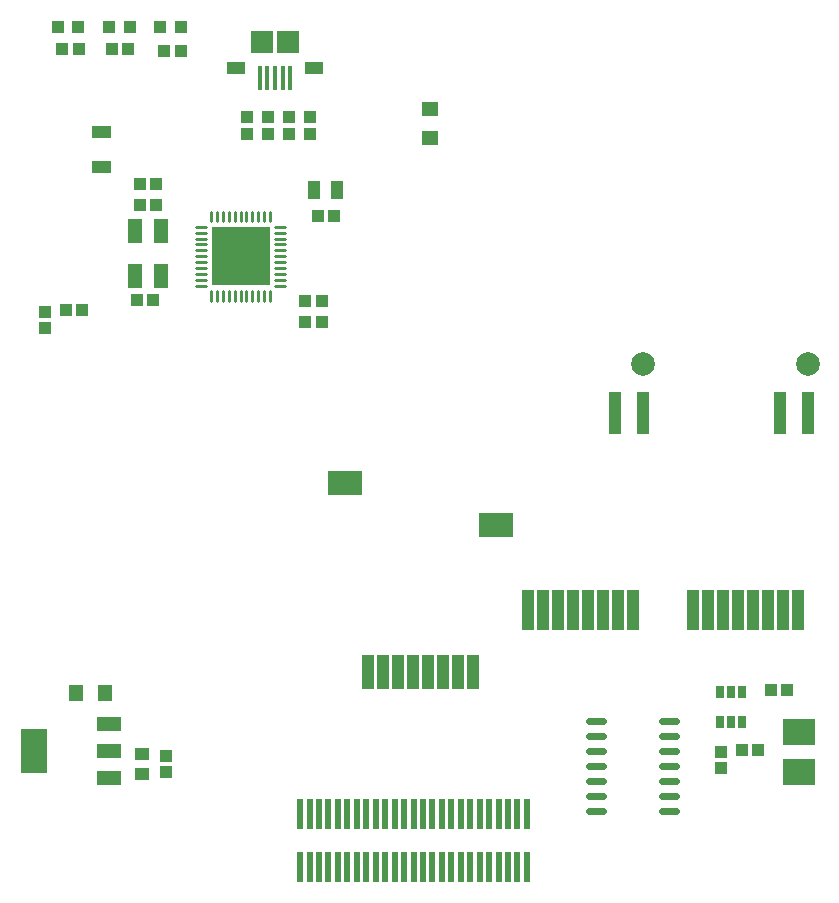
<source format=gtp>
G04 Layer: TopPasteMaskLayer*
G04 EasyEDA v6.3.12, 2019-11-29T11:20:33+08:00*
G04 20e9667cab1745c4bec6fbe7ec4c93c1,0d9194da949c4fdba41728a14849dae3,10*
G04 Gerber Generator version 0.2*
G04 Scale: 100 percent, Rotated: No, Reflected: No *
G04 Dimensions in millimeters *
G04 leading zeros omitted , absolute positions ,3 integer and 3 decimal *
%FSLAX33Y33*%
%MOMM*%
G90*
G71D02*

%ADD15C,0.280010*%
%ADD16C,0.599999*%
%ADD18C,1.999996*%
%ADD19R,4.899990X4.899990*%
%ADD20R,1.099998X0.999998*%
%ADD21R,0.999998X1.099998*%
%ADD23R,0.999998X1.550010*%
%ADD24R,1.299997X1.999996*%
%ADD25R,1.092200X0.990600*%
%ADD26R,1.399997X1.199998*%
%ADD27R,0.699999X0.999998*%
%ADD28R,2.700020X2.299995*%
%ADD29R,2.299995X3.799992*%
%ADD30R,1.999996X1.199998*%
%ADD31R,1.199998X1.399997*%
%ADD32R,0.999998X2.999994*%
%ADD33R,2.999994X1.999996*%
%ADD34R,0.499999X2.499995*%
%ADD35R,1.198880X1.099820*%
%ADD36R,0.999998X3.599993*%
%ADD37R,0.999998X3.499866*%
%ADD38R,0.399999X2.099996*%
%ADD39R,1.499997X0.999998*%
%ADD40R,1.899996X1.899996*%

%LPD*%
G54D15*
G01X18523Y57179D02*
G01X17703Y57179D01*
G01X18523Y56679D02*
G01X17703Y56679D01*
G01X18523Y56179D02*
G01X17703Y56179D01*
G01X18523Y55680D02*
G01X17703Y55680D01*
G01X18523Y55179D02*
G01X17703Y55179D01*
G01X18523Y54680D02*
G01X17703Y54680D01*
G01X18523Y54179D02*
G01X17703Y54179D01*
G01X18523Y53680D02*
G01X17703Y53680D01*
G01X18523Y53179D02*
G01X17703Y53179D01*
G01X18523Y52680D02*
G01X17703Y52680D01*
G01X18523Y52179D02*
G01X17703Y52179D01*
G01X24403Y52179D02*
G01X25223Y52179D01*
G01X24403Y52680D02*
G01X25223Y52680D01*
G01X24403Y53179D02*
G01X25223Y53179D01*
G01X24403Y53680D02*
G01X25223Y53680D01*
G01X24403Y54179D02*
G01X25223Y54179D01*
G01X24403Y54680D02*
G01X25223Y54680D01*
G01X24403Y55179D02*
G01X25223Y55179D01*
G01X24403Y55680D02*
G01X25223Y55680D01*
G01X24403Y56179D02*
G01X25223Y56179D01*
G01X24403Y56679D02*
G01X25223Y56679D01*
G01X24403Y57179D02*
G01X25223Y57179D01*
G01X23962Y51739D02*
G01X23962Y50920D01*
G01X23462Y51739D02*
G01X23462Y50920D01*
G01X22962Y51739D02*
G01X22962Y50920D01*
G01X22462Y51739D02*
G01X22462Y50920D01*
G01X21962Y51739D02*
G01X21962Y50920D01*
G01X21463Y51739D02*
G01X21463Y50920D01*
G01X20962Y51739D02*
G01X20962Y50920D01*
G01X20463Y51739D02*
G01X20463Y50920D01*
G01X19962Y51739D02*
G01X19962Y50920D01*
G01X19463Y51739D02*
G01X19463Y50920D01*
G01X18962Y51739D02*
G01X18962Y50920D01*
G01X18962Y57620D02*
G01X18962Y58439D01*
G01X19463Y57620D02*
G01X19463Y58439D01*
G01X19962Y57620D02*
G01X19962Y58439D01*
G01X20463Y57620D02*
G01X20463Y58439D01*
G01X20962Y57620D02*
G01X20962Y58439D01*
G01X21463Y57620D02*
G01X21463Y58439D01*
G01X21962Y57620D02*
G01X21962Y58439D01*
G01X22462Y57620D02*
G01X22462Y58439D01*
G01X22962Y57620D02*
G01X22962Y58439D01*
G01X23462Y57620D02*
G01X23462Y58439D01*
G01X23962Y57620D02*
G01X23962Y58439D01*
G54D16*
G01X50962Y15310D02*
G01X52161Y15310D01*
G01X50962Y14040D02*
G01X52161Y14040D01*
G01X50962Y12770D02*
G01X52161Y12770D01*
G01X50962Y11500D02*
G01X52161Y11500D01*
G01X50962Y10230D02*
G01X52161Y10230D01*
G01X50962Y8960D02*
G01X52161Y8960D01*
G01X50962Y7690D02*
G01X52161Y7690D01*
G01X57159Y15310D02*
G01X58359Y15310D01*
G01X57159Y14040D02*
G01X58359Y14040D01*
G01X57159Y12770D02*
G01X58359Y12770D01*
G01X57159Y11500D02*
G01X58359Y11500D01*
G01X57159Y10230D02*
G01X58359Y10230D01*
G01X57159Y8960D02*
G01X58359Y8960D01*
G01X57159Y7690D02*
G01X58359Y7690D01*
G54D18*
G01X55499Y45536D03*
G01X69469Y45536D03*
G54D19*
G01X21463Y54680D03*
G54D20*
G01X27305Y66432D03*
G01X27305Y65032D03*
G01X4887Y48580D03*
G01X4887Y49980D03*
G54D21*
G01X28323Y50870D03*
G01X26924Y50870D03*
G01X8066Y50108D03*
G01X6666Y50108D03*
G36*
G01X10452Y65721D02*
G01X10452Y64720D01*
G01X8851Y64720D01*
G01X8851Y65721D01*
G01X10452Y65721D01*
G37*
G36*
G01X10452Y62721D02*
G01X10452Y61720D01*
G01X8851Y61720D01*
G01X8851Y62721D01*
G01X10452Y62721D01*
G37*
G54D23*
G01X27656Y60268D03*
G01X29656Y60268D03*
G54D21*
G01X12908Y60781D03*
G01X14308Y60781D03*
G54D24*
G01X12488Y56833D03*
G01X14689Y53034D03*
G01X12488Y53034D03*
G01X14689Y56833D03*
G54D21*
G01X14054Y51002D03*
G01X12654Y51002D03*
G01X14308Y59003D03*
G01X12908Y59003D03*
G01X29402Y58109D03*
G01X28002Y58109D03*
G54D20*
G01X21971Y66429D03*
G01X21971Y65028D03*
G54D21*
G01X14982Y72079D03*
G01X16383Y72079D03*
G01X10537Y72206D03*
G01X11938Y72206D03*
G01X6346Y72206D03*
G01X7747Y72206D03*
G01X26924Y49092D03*
G01X28323Y49092D03*
G54D25*
G01X7708Y74111D03*
G01X6007Y74111D03*
G01X12065Y74111D03*
G01X10363Y74111D03*
G01X16383Y74111D03*
G01X14681Y74111D03*
G54D20*
G01X25527Y65032D03*
G01X25527Y66431D03*
G01X23749Y65032D03*
G01X23749Y66431D03*
G54D26*
G01X37465Y64726D03*
G01X37465Y67126D03*
G54D27*
G01X63941Y15217D03*
G01X62992Y15217D03*
G01X62042Y15217D03*
G01X62042Y17818D03*
G01X62992Y17818D03*
G01X63941Y17818D03*
G54D21*
G01X63877Y12835D03*
G01X65278Y12835D03*
G54D20*
G01X62103Y12711D03*
G01X62103Y11311D03*
G54D21*
G01X66355Y17977D03*
G01X67756Y17977D03*
G54D28*
G01X68707Y10980D03*
G01X68707Y14435D03*
G54D29*
G01X3937Y12770D03*
G54D30*
G01X10287Y12770D03*
G01X10287Y15069D03*
G01X10287Y10470D03*
G54D20*
G01X15113Y10988D03*
G01X15113Y12388D03*
G54D31*
G01X9962Y17723D03*
G01X7563Y17723D03*
G54D32*
G01X32263Y19502D03*
G01X33533Y19502D03*
G01X34803Y19502D03*
G01X36073Y19502D03*
G01X37343Y19502D03*
G01X38613Y19502D03*
G01X39883Y19502D03*
G01X41153Y19502D03*
G54D33*
G01X30302Y35501D03*
G01X43103Y31902D03*
G54D34*
G01X26506Y2991D03*
G01X26506Y7490D03*
G01X27306Y2991D03*
G01X27306Y7490D03*
G01X28107Y2991D03*
G01X28106Y7490D03*
G01X28906Y2991D03*
G01X28906Y7490D03*
G01X29706Y2991D03*
G01X29707Y7490D03*
G01X30506Y2991D03*
G01X30506Y7490D03*
G01X31306Y2991D03*
G01X31306Y7490D03*
G01X32107Y2991D03*
G01X32106Y7490D03*
G01X32906Y2991D03*
G01X32906Y7490D03*
G01X33707Y2991D03*
G01X33706Y7490D03*
G01X34506Y2991D03*
G01X34506Y7490D03*
G01X35307Y2991D03*
G01X35306Y7490D03*
G01X36107Y2991D03*
G01X36106Y7490D03*
G01X36906Y2991D03*
G01X36906Y7490D03*
G01X37707Y2991D03*
G01X37706Y7490D03*
G01X38506Y2991D03*
G01X38506Y7490D03*
G01X39307Y2991D03*
G01X39306Y7490D03*
G01X40107Y2991D03*
G01X40106Y7490D03*
G01X40906Y2991D03*
G01X40906Y7490D03*
G01X41707Y2991D03*
G01X41706Y7490D03*
G01X42507Y2991D03*
G01X42506Y7490D03*
G01X43307Y2991D03*
G01X43306Y7490D03*
G01X44107Y2991D03*
G01X44106Y7490D03*
G01X44906Y2991D03*
G01X44906Y7490D03*
G01X45707Y2991D03*
G01X45706Y7490D03*
G54D35*
G01X13081Y12516D03*
G01X13081Y10816D03*
G54D36*
G01X69489Y41412D03*
G01X67132Y41415D03*
G54D37*
G01X66146Y24764D03*
G01X64876Y24764D03*
G01X63606Y24764D03*
G01X62336Y24764D03*
G01X61066Y24764D03*
G01X59796Y24764D03*
G01X67416Y24764D03*
G01X68686Y24764D03*
G54D36*
G01X55519Y41412D03*
G01X53162Y41415D03*
G54D37*
G01X52176Y24764D03*
G01X50906Y24764D03*
G01X49636Y24764D03*
G01X48366Y24764D03*
G01X47096Y24764D03*
G01X45826Y24764D03*
G01X53446Y24764D03*
G01X54716Y24764D03*
G54D38*
G01X25683Y69791D03*
G01X25033Y69791D03*
G01X24384Y69791D03*
G01X23734Y69791D03*
G01X23084Y69791D03*
G54D39*
G01X27683Y70592D03*
G01X21084Y70592D03*
G54D40*
G01X25484Y72842D03*
G01X23283Y72842D03*
M00*
M02*

</source>
